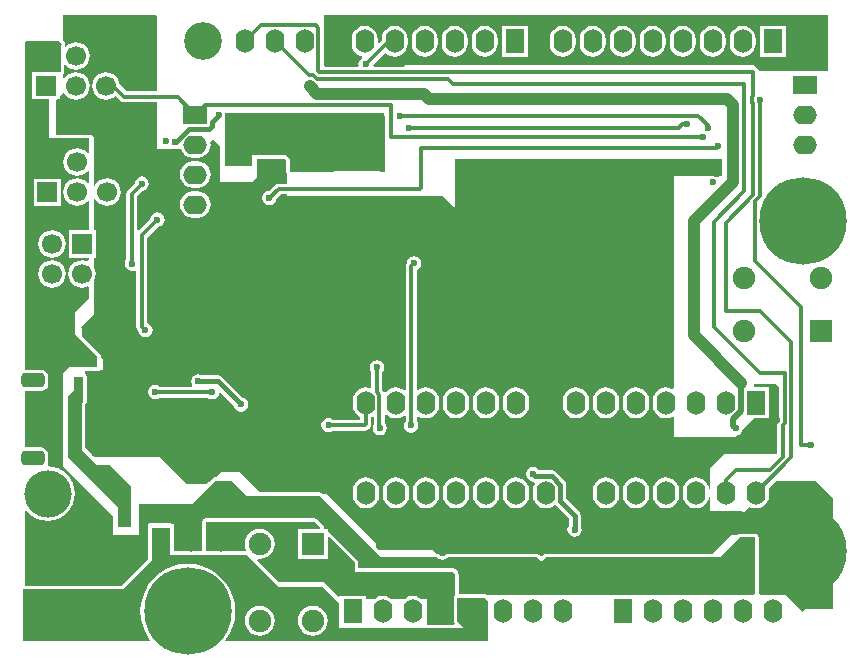
<source format=gbl>
G04 Layer_Physical_Order=2*
G04 Layer_Color=16711680*
%FSLAX44Y44*%
%MOMM*%
G71*
G01*
G75*
%ADD15R,1.9000X1.9000*%
%ADD34C,0.3000*%
%ADD35C,0.4000*%
%ADD36C,1.0000*%
%ADD37C,0.5000*%
%ADD38C,1.9000*%
%ADD39R,1.9000X1.9000*%
%ADD40R,1.6000X2.0000*%
%ADD41O,1.6000X2.0000*%
%ADD42R,1.7000X1.7000*%
%ADD43C,1.7000*%
%ADD44O,2.0000X1.6000*%
%ADD45R,2.0000X1.6000*%
G04:AMPARAMS|DCode=46|XSize=2mm|YSize=1.2mm|CornerRadius=0.3mm|HoleSize=0mm|Usage=FLASHONLY|Rotation=0.000|XOffset=0mm|YOffset=0mm|HoleType=Round|Shape=RoundedRectangle|*
%AMROUNDEDRECTD46*
21,1,2.0000,0.6000,0,0,0.0*
21,1,1.4000,1.2000,0,0,0.0*
1,1,0.6000,0.7000,-0.3000*
1,1,0.6000,-0.7000,-0.3000*
1,1,0.6000,-0.7000,0.3000*
1,1,0.6000,0.7000,0.3000*
%
%ADD46ROUNDEDRECTD46*%
%ADD47C,3.2000*%
%ADD48C,7.4000*%
%ADD49C,4.0000*%
%ADD50C,0.6000*%
G36*
X682000Y530000D02*
Y483000D01*
X624000D01*
X619000Y488000D01*
X324000Y488000D01*
X322588Y486588D01*
X296988D01*
X296182Y487570D01*
X296275Y488037D01*
X306438Y498199D01*
X307115Y498155D01*
X309412Y496391D01*
X312088Y495283D01*
X314960Y494905D01*
X317832Y495283D01*
X320508Y496391D01*
X322805Y498155D01*
X324568Y500452D01*
X325677Y503128D01*
X326055Y506000D01*
Y510000D01*
X325677Y512872D01*
X324568Y515547D01*
X322805Y517845D01*
X320508Y519608D01*
X317832Y520717D01*
X314960Y521095D01*
X312088Y520717D01*
X309412Y519608D01*
X307115Y517845D01*
X305352Y515547D01*
X304243Y512872D01*
X303865Y510000D01*
Y508604D01*
X301925Y506664D01*
X300655Y507190D01*
Y510000D01*
X300277Y512872D01*
X299168Y515547D01*
X297405Y517845D01*
X295107Y519608D01*
X292432Y520717D01*
X289560Y521095D01*
X286688Y520717D01*
X284013Y519608D01*
X281715Y517845D01*
X279951Y515547D01*
X278843Y512872D01*
X278465Y510000D01*
Y506000D01*
X278843Y503128D01*
X279951Y500452D01*
X281715Y498155D01*
X284013Y496391D01*
X286688Y495283D01*
X287226Y495212D01*
X287521Y493893D01*
X285924Y492826D01*
X284598Y490841D01*
X284132Y488500D01*
X284317Y487570D01*
X283512Y486588D01*
X256412D01*
X255000Y488000D01*
X255000Y530000D01*
X682000Y530000D01*
D02*
G37*
G36*
X51000Y203000D02*
X50000Y202000D01*
Y162000D01*
X63000Y149000D01*
X74000Y149000D01*
X92000Y131000D01*
X92000Y97000D01*
X81000Y97000D01*
X81000Y113000D01*
X38000Y156000D01*
X38000Y208000D01*
X43000Y213000D01*
Y224000D01*
X51000D01*
Y203000D01*
D02*
G37*
G36*
X307000Y442000D02*
X307000Y397969D01*
X306041Y397137D01*
X300000Y398000D01*
X226904Y397012D01*
X226000Y397904D01*
Y408000D01*
X222000Y412000D01*
X194000D01*
Y402414D01*
X193000Y402000D01*
X171000D01*
Y447000D01*
X306167Y447000D01*
X307000Y442000D01*
D02*
G37*
G36*
X251827Y96173D02*
X251341Y95000D01*
X233000D01*
Y70000D01*
X258000D01*
Y88341D01*
X259173Y88827D01*
X281000Y67000D01*
Y59000D01*
X364000D01*
X366000Y57000D01*
Y39272D01*
X365837Y39163D01*
X365174Y38170D01*
X364941Y37000D01*
Y17000D01*
X365174Y15829D01*
X365509Y15329D01*
X364890Y14059D01*
X364889Y14059D01*
X342000D01*
Y36000D01*
X337062D01*
X335747Y37009D01*
X333072Y38117D01*
X330200Y38495D01*
X327328Y38117D01*
X324652Y37009D01*
X323338Y36000D01*
X311662D01*
X310347Y37009D01*
X307672Y38117D01*
X304800Y38495D01*
X301928Y38117D01*
X299252Y37009D01*
X297938Y36000D01*
X290400D01*
Y38400D01*
X268400D01*
Y38259D01*
X267227Y37773D01*
X255000Y50000D01*
X217326D01*
X198444Y68882D01*
X199037Y70085D01*
X200500Y69892D01*
X203763Y70322D01*
X206804Y71581D01*
X209415Y73585D01*
X211419Y76196D01*
X212678Y79237D01*
X213108Y82500D01*
X212678Y85763D01*
X211419Y88804D01*
X209415Y91415D01*
X206804Y93419D01*
X203763Y94678D01*
X200500Y95108D01*
X197237Y94678D01*
X194196Y93419D01*
X191585Y91415D01*
X189581Y88804D01*
X188322Y85763D01*
X187892Y82500D01*
X188322Y79237D01*
X189112Y77329D01*
X188263Y76059D01*
X168521D01*
X168323Y76019D01*
X168122Y76033D01*
X167800Y75990D01*
X167478Y76033D01*
X167277Y76019D01*
X167079Y76059D01*
X155000Y76059D01*
Y101000D01*
X247000D01*
X251827Y96173D01*
D02*
G37*
G36*
X125000Y96000D02*
Y73000D01*
X141679D01*
X142400Y72905D01*
X143121Y73000D01*
X167079Y73000D01*
X167800Y72905D01*
X168521Y73000D01*
X190000D01*
X217000Y46000D01*
X254000D01*
X268000Y32000D01*
Y11000D01*
X372000D01*
X373000Y12000D01*
X368000Y17000D01*
Y37000D01*
X391000D01*
X394000Y34000D01*
Y0D01*
X172127D01*
X171595Y1153D01*
X172161Y1816D01*
X175450Y7184D01*
X177860Y13001D01*
X179330Y19123D01*
X179824Y25400D01*
X179330Y31677D01*
X177860Y37799D01*
X175450Y43616D01*
X172161Y48984D01*
X168072Y53772D01*
X163284Y57861D01*
X157916Y61150D01*
X152099Y63560D01*
X145977Y65030D01*
X139700Y65524D01*
X133423Y65030D01*
X127301Y63560D01*
X121484Y61150D01*
X116116Y57861D01*
X111328Y53772D01*
X107239Y48984D01*
X103949Y43616D01*
X101540Y37799D01*
X100070Y31677D01*
X99576Y25400D01*
X100070Y19123D01*
X101540Y13001D01*
X103949Y7184D01*
X107239Y1816D01*
X107805Y1153D01*
X107273Y0D01*
X0D01*
Y44000D01*
X85000D01*
X109000Y68000D01*
Y96000D01*
X125000Y96000D01*
D02*
G37*
G36*
X33000Y506000D02*
X32000Y505000D01*
Y482693D01*
X31100Y481800D01*
X8100D01*
Y458800D01*
X22000D01*
Y427000D01*
X23000Y426000D01*
X56000D01*
Y413534D01*
X54797Y413126D01*
X54202Y413902D01*
X51800Y415745D01*
X49002Y416904D01*
X46000Y417299D01*
X42998Y416904D01*
X40200Y415745D01*
X37798Y413902D01*
X35955Y411500D01*
X34796Y408702D01*
X34401Y405700D01*
X34796Y402698D01*
X35955Y399900D01*
X37798Y397498D01*
X40200Y395655D01*
X42998Y394496D01*
X46000Y394101D01*
X49002Y394496D01*
X51800Y395655D01*
X54202Y397498D01*
X54797Y398274D01*
X56000Y397866D01*
Y388134D01*
X54797Y387726D01*
X54202Y388502D01*
X51800Y390345D01*
X49002Y391504D01*
X46000Y391899D01*
X42998Y391504D01*
X40200Y390345D01*
X37798Y388502D01*
X35955Y386100D01*
X34796Y383302D01*
X34401Y380300D01*
X34796Y377298D01*
X35955Y374500D01*
X37798Y372098D01*
X40200Y370255D01*
X42998Y369096D01*
X46000Y368701D01*
X49002Y369096D01*
X51800Y370255D01*
X54202Y372098D01*
X54797Y372874D01*
X56000Y372466D01*
Y347950D01*
X38700D01*
Y324950D01*
X56000D01*
Y322470D01*
X54730Y321621D01*
X53202Y322254D01*
X50200Y322649D01*
X47198Y322254D01*
X44400Y321095D01*
X41998Y319252D01*
X40155Y316850D01*
X38996Y314052D01*
X38601Y311050D01*
X38996Y308048D01*
X40155Y305250D01*
X41998Y302848D01*
X44400Y301005D01*
X47198Y299846D01*
X50200Y299451D01*
X53202Y299846D01*
X54730Y300479D01*
X56000Y299630D01*
Y291000D01*
X44000Y279000D01*
Y260000D01*
X63000Y241000D01*
Y232000D01*
X39000D01*
X34000Y227000D01*
Y148000D01*
X76000Y106000D01*
Y90000D01*
X98000D01*
Y116000D01*
X143000D01*
X159366Y132366D01*
X160576Y133174D01*
X161384Y134384D01*
X163000Y136000D01*
X177000D01*
X190000Y123000D01*
X251000D01*
X303000Y71000D01*
X350874D01*
X350924Y70924D01*
X352909Y69598D01*
X355250Y69132D01*
X357591Y69598D01*
X359576Y70924D01*
X359626Y71000D01*
X435000D01*
X439000Y67000D01*
X443000Y71000D01*
X590000D01*
X607000Y88000D01*
X620000D01*
Y41000D01*
X618000Y39000D01*
X393326D01*
X393163Y39163D01*
X392170Y39826D01*
X391000Y40059D01*
X391000Y40059D01*
X369059D01*
Y57000D01*
X368826Y58170D01*
X368163Y59163D01*
X366163Y61163D01*
X365171Y61826D01*
X364000Y62059D01*
X364000Y62059D01*
X284059D01*
Y67000D01*
X283826Y68171D01*
X283163Y69163D01*
X261336Y90990D01*
X260344Y91653D01*
X259173Y91885D01*
X259124Y91876D01*
X258000Y93000D01*
Y95000D01*
X256000D01*
X254876Y96124D01*
X254886Y96173D01*
X254737Y96917D01*
X254653Y97344D01*
X253990Y98336D01*
X249163Y103163D01*
X248171Y103826D01*
X247000Y104059D01*
X247000Y104059D01*
X155000D01*
X153829Y103826D01*
X152837Y103163D01*
X152174Y102170D01*
X152140Y102000D01*
X152000D01*
Y101295D01*
X151941Y101000D01*
Y76059D01*
X143121D01*
X142923Y76019D01*
X142722Y76033D01*
X142400Y75990D01*
X142078Y76033D01*
X141877Y76019D01*
X141679Y76059D01*
X128059D01*
Y96000D01*
X128000Y96295D01*
Y99000D01*
X126000D01*
X125000Y100000D01*
X107000D01*
Y99000D01*
X106000D01*
Y96295D01*
X105941Y96000D01*
Y69267D01*
X83733Y47059D01*
X2000D01*
Y110012D01*
X3196Y110440D01*
X4658Y108658D01*
X8160Y105784D01*
X12156Y103648D01*
X16491Y102333D01*
X21000Y101889D01*
X25509Y102333D01*
X29844Y103648D01*
X33840Y105784D01*
X37342Y108658D01*
X40216Y112160D01*
X42352Y116156D01*
X43667Y120491D01*
X44111Y125000D01*
X43667Y129509D01*
X42352Y133844D01*
X40216Y137840D01*
X37342Y141342D01*
X33840Y144216D01*
X29844Y146352D01*
X25509Y147667D01*
X21718Y148041D01*
X21072Y149359D01*
X21272Y149659D01*
X21737Y152000D01*
Y158000D01*
X21272Y160341D01*
X19946Y162326D01*
X17961Y163652D01*
X15620Y164118D01*
X2000D01*
Y211882D01*
X15620D01*
X17961Y212348D01*
X19946Y213674D01*
X21272Y215659D01*
X21737Y218000D01*
Y224000D01*
X21272Y226341D01*
X19946Y228326D01*
X17961Y229652D01*
X15620Y230117D01*
X2000D01*
Y507000D01*
X3000Y508000D01*
X31000D01*
X33000Y506000D01*
D02*
G37*
G36*
X114000Y529000D02*
Y465588D01*
X87900D01*
X81819Y471670D01*
X81604Y473302D01*
X80445Y476100D01*
X78602Y478502D01*
X76200Y480345D01*
X73402Y481504D01*
X70400Y481899D01*
X67398Y481504D01*
X64600Y480345D01*
X62198Y478502D01*
X60355Y476100D01*
X59196Y473302D01*
X58801Y470300D01*
X59196Y467298D01*
X60355Y464500D01*
X62198Y462098D01*
X64600Y460255D01*
X67398Y459096D01*
X70400Y458701D01*
X73402Y459096D01*
X76200Y460255D01*
X78495Y462016D01*
X82756Y457756D01*
X84244Y456761D01*
X86000Y456412D01*
X114000D01*
Y417000D01*
X128409D01*
X129000Y416883D01*
X129591Y417000D01*
X133585D01*
X134391Y415053D01*
X136155Y412755D01*
X138453Y410992D01*
X141128Y409883D01*
X144000Y409505D01*
X148000D01*
X150872Y409883D01*
X153547Y410992D01*
X155845Y412755D01*
X157608Y415053D01*
X158717Y417728D01*
X159095Y420600D01*
X158805Y422805D01*
X161000Y425000D01*
X167000Y419000D01*
Y389000D01*
X194000D01*
X198000Y393000D01*
Y408000D01*
X221674D01*
X222941Y406733D01*
Y397904D01*
X222943Y397894D01*
X222941Y397883D01*
X223060Y397308D01*
X223174Y396734D01*
X223180Y396725D01*
X223182Y396715D01*
X223510Y396230D01*
X223837Y395741D01*
X223846Y395735D01*
X223852Y395727D01*
X224000Y395580D01*
Y387588D01*
X216500D01*
X214744Y387239D01*
X213256Y386244D01*
X208287Y381275D01*
X206409Y380902D01*
X204424Y379576D01*
X203098Y377591D01*
X202633Y375250D01*
X203098Y372909D01*
X204424Y370924D01*
X206409Y369598D01*
X208750Y369132D01*
X211091Y369598D01*
X213076Y370924D01*
X214402Y372909D01*
X214775Y374787D01*
X218400Y378412D01*
X224000D01*
Y377000D01*
X356000D01*
X366000Y367000D01*
Y408000D01*
X592000D01*
Y394000D01*
X551000D01*
Y214195D01*
X549730Y213649D01*
X547322Y214647D01*
X544450Y215025D01*
X541578Y214647D01*
X538903Y213538D01*
X536605Y211775D01*
X534841Y209478D01*
X533733Y206802D01*
X533355Y203930D01*
Y199930D01*
X533733Y197058D01*
X534841Y194382D01*
X536605Y192085D01*
X538903Y190322D01*
X541578Y189213D01*
X544450Y188835D01*
X547322Y189213D01*
X549730Y190211D01*
X551000Y189665D01*
Y173000D01*
X603000D01*
X604290Y174289D01*
X605841Y174598D01*
X607826Y175924D01*
X609152Y177909D01*
X609460Y179461D01*
X618930Y188930D01*
X631650D01*
Y214930D01*
X619000D01*
Y218000D01*
X638000D01*
X640662Y215338D01*
Y186958D01*
X640256Y186552D01*
X639261Y185063D01*
X638912Y183308D01*
Y159000D01*
X594000D01*
X582000Y147000D01*
Y129445D01*
X580730Y129362D01*
X580567Y130602D01*
X579459Y133278D01*
X577695Y135575D01*
X575397Y137338D01*
X572722Y138447D01*
X569850Y138825D01*
X566978Y138447D01*
X564302Y137338D01*
X562005Y135575D01*
X560242Y133278D01*
X559133Y130602D01*
X558755Y127730D01*
Y123730D01*
X559133Y120858D01*
X560242Y118182D01*
X562005Y115885D01*
X564302Y114122D01*
X566978Y113013D01*
X569850Y112635D01*
X572722Y113013D01*
X575397Y114122D01*
X577695Y115885D01*
X579459Y118182D01*
X580567Y120858D01*
X580730Y122098D01*
X582000Y122015D01*
Y110000D01*
X609000D01*
X610000Y109000D01*
X615116Y114116D01*
X617778Y113013D01*
X620650Y112635D01*
X623522Y113013D01*
X626198Y114122D01*
X628495Y115885D01*
X630258Y118182D01*
X631367Y120858D01*
X631745Y123730D01*
Y127730D01*
X631442Y130033D01*
X637409Y136000D01*
X671000D01*
X686000Y121000D01*
Y27000D01*
X662000D01*
X660000Y25000D01*
X646000Y39000D01*
X625000D01*
X623049Y40951D01*
X623059Y41000D01*
X623059Y41000D01*
Y88000D01*
X622826Y89171D01*
X622163Y90163D01*
X621171Y90826D01*
X620000Y91059D01*
X607000D01*
X605829Y90826D01*
X604837Y90163D01*
X604837Y90163D01*
X604674Y90000D01*
X600000D01*
X584059Y74059D01*
X443000D01*
X443000Y74059D01*
X441829Y73826D01*
X440837Y73163D01*
X440837Y73163D01*
X439674Y72000D01*
X438326D01*
X437163Y73163D01*
X436171Y73826D01*
X435000Y74059D01*
X435000Y74059D01*
X359626D01*
X359331Y74000D01*
X359030D01*
X358751Y73885D01*
X358456Y73826D01*
X358205Y73659D01*
X357927Y73543D01*
X357800Y73417D01*
X356398Y72479D01*
X355250Y72251D01*
X354102Y72479D01*
X352700Y73417D01*
X352573Y73543D01*
X352295Y73659D01*
X352044Y73826D01*
X351749Y73885D01*
X351470Y74000D01*
X351169D01*
X350874Y74059D01*
X349941D01*
X347000Y77000D01*
X301326D01*
X299000Y79326D01*
Y83000D01*
X257000Y125000D01*
X253326D01*
X253163Y125163D01*
X252171Y125826D01*
X251000Y126059D01*
X251000Y126059D01*
X200941D01*
X184000Y143000D01*
X168000D01*
X164059Y139059D01*
X163000D01*
X163000Y139059D01*
X161829Y138826D01*
X160837Y138163D01*
X160837Y138163D01*
X159221Y136547D01*
X159054Y136297D01*
X158841Y136084D01*
X158371Y135379D01*
X157666Y134909D01*
X157453Y134696D01*
X157203Y134529D01*
X155674Y133000D01*
X139000D01*
X116000Y156000D01*
X61000D01*
X53059Y163941D01*
Y200733D01*
X53163Y200837D01*
X53826Y201829D01*
X54059Y203000D01*
X54059Y203000D01*
Y224000D01*
X53826Y225170D01*
X53163Y226163D01*
X53000Y226272D01*
Y228941D01*
X63000D01*
X64170Y229174D01*
X65163Y229837D01*
X65272Y230000D01*
X67000D01*
X68000Y229000D01*
Y239000D01*
X66059Y240941D01*
Y241000D01*
X65826Y242171D01*
X65163Y243163D01*
X65163Y243163D01*
X50000Y258326D01*
Y265000D01*
X49000Y266000D01*
X60000Y277000D01*
Y304931D01*
X60245Y305250D01*
X61404Y308048D01*
X61799Y311050D01*
X61404Y314052D01*
X60245Y316850D01*
X60000Y317169D01*
Y324950D01*
X61700D01*
Y347950D01*
X60000D01*
Y374452D01*
X61270Y374705D01*
X61355Y374500D01*
X63198Y372098D01*
X65600Y370255D01*
X68398Y369096D01*
X71400Y368701D01*
X74402Y369096D01*
X77200Y370255D01*
X79602Y372098D01*
X81445Y374500D01*
X82604Y377298D01*
X82999Y380300D01*
X82604Y383302D01*
X81445Y386100D01*
X79602Y388502D01*
X77200Y390345D01*
X74402Y391504D01*
X71400Y391899D01*
X68398Y391504D01*
X65600Y390345D01*
X63198Y388502D01*
X61355Y386100D01*
X61270Y385895D01*
X60000Y386148D01*
Y427000D01*
X58000Y429000D01*
X56295D01*
X56000Y429059D01*
X28000D01*
Y458000D01*
X28800Y458800D01*
X31100D01*
Y461100D01*
X33898Y463898D01*
X33904Y463902D01*
X34486Y464034D01*
X35270Y464090D01*
X36798Y462098D01*
X39200Y460255D01*
X41998Y459096D01*
X45000Y458701D01*
X48002Y459096D01*
X50800Y460255D01*
X53202Y462098D01*
X55045Y464500D01*
X56204Y467298D01*
X56599Y470300D01*
X56204Y473302D01*
X55045Y476100D01*
X53202Y478502D01*
X50800Y480345D01*
X48002Y481504D01*
X45000Y481899D01*
X41998Y481504D01*
X39200Y480345D01*
X36798Y478502D01*
X35270Y476510D01*
X34000Y476941D01*
Y480369D01*
X34155Y480522D01*
X34158Y480527D01*
X34163Y480530D01*
X34492Y481024D01*
X34821Y481512D01*
X34823Y481518D01*
X34826Y481523D01*
X34941Y482101D01*
X35059Y482682D01*
X35058Y482687D01*
X35059Y482693D01*
Y487789D01*
X36261Y488198D01*
X36798Y487498D01*
X39200Y485655D01*
X41998Y484496D01*
X45000Y484101D01*
X48002Y484496D01*
X50800Y485655D01*
X53202Y487498D01*
X55045Y489900D01*
X56204Y492698D01*
X56599Y495700D01*
X56204Y498702D01*
X55045Y501500D01*
X53202Y503902D01*
X50800Y505745D01*
X48002Y506904D01*
X45000Y507299D01*
X41998Y506904D01*
X39200Y505745D01*
X36798Y503902D01*
X36299Y503251D01*
X35266Y503991D01*
X35826Y504829D01*
X36059Y506000D01*
X35826Y507170D01*
X35163Y508163D01*
X34000Y509326D01*
Y530000D01*
X113000D01*
X114000Y529000D01*
D02*
G37*
%LPC*%
G36*
X508000Y521095D02*
X505128Y520717D01*
X502453Y519608D01*
X500155Y517845D01*
X498391Y515547D01*
X497283Y512872D01*
X496905Y510000D01*
Y506000D01*
X497283Y503128D01*
X498391Y500452D01*
X500155Y498155D01*
X502453Y496391D01*
X505128Y495283D01*
X508000Y494905D01*
X510872Y495283D01*
X513548Y496391D01*
X515845Y498155D01*
X517608Y500452D01*
X518717Y503128D01*
X519095Y506000D01*
Y510000D01*
X518717Y512872D01*
X517608Y515547D01*
X515845Y517845D01*
X513548Y519608D01*
X510872Y520717D01*
X508000Y521095D01*
D02*
G37*
G36*
X533400D02*
X530528Y520717D01*
X527853Y519608D01*
X525555Y517845D01*
X523792Y515547D01*
X522683Y512872D01*
X522305Y510000D01*
Y506000D01*
X522683Y503128D01*
X523792Y500452D01*
X525555Y498155D01*
X527853Y496391D01*
X530528Y495283D01*
X533400Y494905D01*
X536272Y495283D01*
X538947Y496391D01*
X541245Y498155D01*
X543008Y500452D01*
X544117Y503128D01*
X544495Y506000D01*
Y510000D01*
X544117Y512872D01*
X543008Y515547D01*
X541245Y517845D01*
X538947Y519608D01*
X536272Y520717D01*
X533400Y521095D01*
D02*
G37*
G36*
X482600D02*
X479728Y520717D01*
X477052Y519608D01*
X474755Y517845D01*
X472991Y515547D01*
X471883Y512872D01*
X471505Y510000D01*
Y506000D01*
X471883Y503128D01*
X472991Y500452D01*
X474755Y498155D01*
X477052Y496391D01*
X479728Y495283D01*
X482600Y494905D01*
X485472Y495283D01*
X488148Y496391D01*
X490445Y498155D01*
X492209Y500452D01*
X493317Y503128D01*
X493695Y506000D01*
Y510000D01*
X493317Y512872D01*
X492209Y515547D01*
X490445Y517845D01*
X488148Y519608D01*
X485472Y520717D01*
X482600Y521095D01*
D02*
G37*
G36*
X391160D02*
X388288Y520717D01*
X385612Y519608D01*
X383315Y517845D01*
X381552Y515547D01*
X380443Y512872D01*
X380065Y510000D01*
Y506000D01*
X380443Y503128D01*
X381552Y500452D01*
X383315Y498155D01*
X385612Y496391D01*
X388288Y495283D01*
X391160Y494905D01*
X394032Y495283D01*
X396707Y496391D01*
X399005Y498155D01*
X400769Y500452D01*
X401877Y503128D01*
X402255Y506000D01*
Y510000D01*
X401877Y512872D01*
X400769Y515547D01*
X399005Y517845D01*
X396707Y519608D01*
X394032Y520717D01*
X391160Y521095D01*
D02*
G37*
G36*
X457200D02*
X454328Y520717D01*
X451652Y519608D01*
X449355Y517845D01*
X447592Y515547D01*
X446483Y512872D01*
X446105Y510000D01*
Y506000D01*
X446483Y503128D01*
X447592Y500452D01*
X449355Y498155D01*
X451652Y496391D01*
X454328Y495283D01*
X457200Y494905D01*
X460072Y495283D01*
X462747Y496391D01*
X465045Y498155D01*
X466809Y500452D01*
X467917Y503128D01*
X468295Y506000D01*
Y510000D01*
X467917Y512872D01*
X466809Y515547D01*
X465045Y517845D01*
X462747Y519608D01*
X460072Y520717D01*
X457200Y521095D01*
D02*
G37*
G36*
X427560Y521000D02*
X405560D01*
Y495000D01*
X427560D01*
Y521000D01*
D02*
G37*
G36*
X646000D02*
X624000D01*
Y495000D01*
X646000D01*
Y521000D01*
D02*
G37*
G36*
X609600Y521095D02*
X606728Y520717D01*
X604053Y519608D01*
X601755Y517845D01*
X599991Y515547D01*
X598883Y512872D01*
X598505Y510000D01*
Y506000D01*
X598883Y503128D01*
X599991Y500452D01*
X601755Y498155D01*
X604053Y496391D01*
X606728Y495283D01*
X609600Y494905D01*
X612472Y495283D01*
X615148Y496391D01*
X617445Y498155D01*
X619208Y500452D01*
X620317Y503128D01*
X620695Y506000D01*
Y510000D01*
X620317Y512872D01*
X619208Y515547D01*
X617445Y517845D01*
X615148Y519608D01*
X612472Y520717D01*
X609600Y521095D01*
D02*
G37*
G36*
X558800D02*
X555928Y520717D01*
X553252Y519608D01*
X550955Y517845D01*
X549192Y515547D01*
X548083Y512872D01*
X547705Y510000D01*
Y506000D01*
X548083Y503128D01*
X549192Y500452D01*
X550955Y498155D01*
X553252Y496391D01*
X555928Y495283D01*
X558800Y494905D01*
X561672Y495283D01*
X564347Y496391D01*
X566645Y498155D01*
X568409Y500452D01*
X569517Y503128D01*
X569895Y506000D01*
Y510000D01*
X569517Y512872D01*
X568409Y515547D01*
X566645Y517845D01*
X564347Y519608D01*
X561672Y520717D01*
X558800Y521095D01*
D02*
G37*
G36*
X584200D02*
X581328Y520717D01*
X578652Y519608D01*
X576355Y517845D01*
X574591Y515547D01*
X573483Y512872D01*
X573105Y510000D01*
Y506000D01*
X573483Y503128D01*
X574591Y500452D01*
X576355Y498155D01*
X578652Y496391D01*
X581328Y495283D01*
X584200Y494905D01*
X587072Y495283D01*
X589748Y496391D01*
X592045Y498155D01*
X593809Y500452D01*
X594917Y503128D01*
X595295Y506000D01*
Y510000D01*
X594917Y512872D01*
X593809Y515547D01*
X592045Y517845D01*
X589748Y519608D01*
X587072Y520717D01*
X584200Y521095D01*
D02*
G37*
G36*
X340360D02*
X337488Y520717D01*
X334813Y519608D01*
X332515Y517845D01*
X330751Y515547D01*
X329643Y512872D01*
X329265Y510000D01*
Y506000D01*
X329643Y503128D01*
X330751Y500452D01*
X332515Y498155D01*
X334813Y496391D01*
X337488Y495283D01*
X340360Y494905D01*
X343232Y495283D01*
X345908Y496391D01*
X348205Y498155D01*
X349968Y500452D01*
X351077Y503128D01*
X351455Y506000D01*
Y510000D01*
X351077Y512872D01*
X349968Y515547D01*
X348205Y517845D01*
X345908Y519608D01*
X343232Y520717D01*
X340360Y521095D01*
D02*
G37*
G36*
X365760D02*
X362888Y520717D01*
X360213Y519608D01*
X357915Y517845D01*
X356152Y515547D01*
X355043Y512872D01*
X354665Y510000D01*
Y506000D01*
X355043Y503128D01*
X356152Y500452D01*
X357915Y498155D01*
X360213Y496391D01*
X362888Y495283D01*
X365760Y494905D01*
X368632Y495283D01*
X371307Y496391D01*
X373605Y498155D01*
X375368Y500452D01*
X376477Y503128D01*
X376855Y506000D01*
Y510000D01*
X376477Y512872D01*
X375368Y515547D01*
X373605Y517845D01*
X371307Y519608D01*
X368632Y520717D01*
X365760Y521095D01*
D02*
G37*
G36*
X200500Y30108D02*
X197237Y29678D01*
X194196Y28419D01*
X191585Y26415D01*
X189581Y23804D01*
X188322Y20763D01*
X187892Y17500D01*
X188322Y14237D01*
X189581Y11196D01*
X191585Y8585D01*
X194196Y6581D01*
X197237Y5322D01*
X200500Y4892D01*
X203763Y5322D01*
X206804Y6581D01*
X209415Y8585D01*
X211419Y11196D01*
X212678Y14237D01*
X213108Y17500D01*
X212678Y20763D01*
X211419Y23804D01*
X209415Y26415D01*
X206804Y28419D01*
X203763Y29678D01*
X200500Y30108D01*
D02*
G37*
G36*
X245500D02*
X242237Y29678D01*
X239196Y28419D01*
X236585Y26415D01*
X234581Y23804D01*
X233322Y20763D01*
X232892Y17500D01*
X233322Y14237D01*
X234581Y11196D01*
X236585Y8585D01*
X239196Y6581D01*
X242237Y5322D01*
X245500Y4892D01*
X248763Y5322D01*
X251804Y6581D01*
X254415Y8585D01*
X256419Y11196D01*
X257678Y14237D01*
X258108Y17500D01*
X257678Y20763D01*
X256419Y23804D01*
X254415Y26415D01*
X251804Y28419D01*
X248763Y29678D01*
X245500Y30108D01*
D02*
G37*
G36*
X24800Y322649D02*
X21798Y322254D01*
X19000Y321095D01*
X16598Y319252D01*
X14755Y316850D01*
X13596Y314052D01*
X13201Y311050D01*
X13596Y308048D01*
X14755Y305250D01*
X16598Y302848D01*
X19000Y301005D01*
X21798Y299846D01*
X24800Y299451D01*
X27802Y299846D01*
X30600Y301005D01*
X33002Y302848D01*
X34845Y305250D01*
X36004Y308048D01*
X36399Y311050D01*
X36004Y314052D01*
X34845Y316850D01*
X33002Y319252D01*
X30600Y321095D01*
X27802Y322254D01*
X24800Y322649D01*
D02*
G37*
G36*
Y348049D02*
X21798Y347654D01*
X19000Y346495D01*
X16598Y344652D01*
X14755Y342250D01*
X13596Y339452D01*
X13201Y336450D01*
X13596Y333448D01*
X14755Y330650D01*
X16598Y328248D01*
X19000Y326405D01*
X21798Y325246D01*
X24800Y324851D01*
X27802Y325246D01*
X30600Y326405D01*
X33002Y328248D01*
X34845Y330650D01*
X36004Y333448D01*
X36399Y336450D01*
X36004Y339452D01*
X34845Y342250D01*
X33002Y344652D01*
X30600Y346495D01*
X27802Y347654D01*
X24800Y348049D01*
D02*
G37*
G36*
X32100Y391800D02*
X9100D01*
Y368800D01*
X32100D01*
Y391800D01*
D02*
G37*
G36*
X519050Y138825D02*
X516178Y138447D01*
X513503Y137338D01*
X511205Y135575D01*
X509441Y133278D01*
X508333Y130602D01*
X507955Y127730D01*
Y123730D01*
X508333Y120858D01*
X509441Y118182D01*
X511205Y115885D01*
X513503Y114122D01*
X516178Y113013D01*
X519050Y112635D01*
X521922Y113013D01*
X524598Y114122D01*
X526895Y115885D01*
X528658Y118182D01*
X529767Y120858D01*
X530145Y123730D01*
Y127730D01*
X529767Y130602D01*
X528658Y133278D01*
X526895Y135575D01*
X524598Y137338D01*
X521922Y138447D01*
X519050Y138825D01*
D02*
G37*
G36*
X493650D02*
X490778Y138447D01*
X488102Y137338D01*
X485805Y135575D01*
X484041Y133278D01*
X482933Y130602D01*
X482555Y127730D01*
Y123730D01*
X482933Y120858D01*
X484041Y118182D01*
X485805Y115885D01*
X488102Y114122D01*
X490778Y113013D01*
X493650Y112635D01*
X496522Y113013D01*
X499198Y114122D01*
X501495Y115885D01*
X503259Y118182D01*
X504367Y120858D01*
X504745Y123730D01*
Y127730D01*
X504367Y130602D01*
X503259Y133278D01*
X501495Y135575D01*
X499198Y137338D01*
X496522Y138447D01*
X493650Y138825D01*
D02*
G37*
G36*
X417450Y215025D02*
X414578Y214647D01*
X411903Y213538D01*
X409605Y211775D01*
X407841Y209478D01*
X406733Y206802D01*
X406355Y203930D01*
Y199930D01*
X406733Y197058D01*
X407841Y194382D01*
X409605Y192085D01*
X411903Y190322D01*
X414578Y189213D01*
X417450Y188835D01*
X420322Y189213D01*
X422998Y190322D01*
X425295Y192085D01*
X427058Y194382D01*
X428167Y197058D01*
X428545Y199930D01*
Y203930D01*
X428167Y206802D01*
X427058Y209478D01*
X425295Y211775D01*
X422998Y213538D01*
X420322Y214647D01*
X417450Y215025D01*
D02*
G37*
G36*
X468250D02*
X465378Y214647D01*
X462702Y213538D01*
X460405Y211775D01*
X458642Y209478D01*
X457533Y206802D01*
X457155Y203930D01*
Y199930D01*
X457533Y197058D01*
X458642Y194382D01*
X460405Y192085D01*
X462702Y190322D01*
X465378Y189213D01*
X468250Y188835D01*
X471122Y189213D01*
X473797Y190322D01*
X476095Y192085D01*
X477859Y194382D01*
X478967Y197058D01*
X479345Y199930D01*
Y203930D01*
X478967Y206802D01*
X477859Y209478D01*
X476095Y211775D01*
X473797Y213538D01*
X471122Y214647D01*
X468250Y215025D01*
D02*
G37*
G36*
X493650D02*
X490778Y214647D01*
X488102Y213538D01*
X485805Y211775D01*
X484041Y209478D01*
X482933Y206802D01*
X482555Y203930D01*
Y199930D01*
X482933Y197058D01*
X484041Y194382D01*
X485805Y192085D01*
X488102Y190322D01*
X490778Y189213D01*
X493650Y188835D01*
X496522Y189213D01*
X499198Y190322D01*
X501495Y192085D01*
X503259Y194382D01*
X504367Y197058D01*
X504745Y199930D01*
Y203930D01*
X504367Y206802D01*
X503259Y209478D01*
X501495Y211775D01*
X499198Y213538D01*
X496522Y214647D01*
X493650Y215025D01*
D02*
G37*
G36*
X544450Y138825D02*
X541578Y138447D01*
X538903Y137338D01*
X536605Y135575D01*
X534841Y133278D01*
X533733Y130602D01*
X533355Y127730D01*
Y123730D01*
X533733Y120858D01*
X534841Y118182D01*
X536605Y115885D01*
X538903Y114122D01*
X541578Y113013D01*
X544450Y112635D01*
X547322Y113013D01*
X549997Y114122D01*
X552295Y115885D01*
X554058Y118182D01*
X555167Y120858D01*
X555545Y123730D01*
Y127730D01*
X555167Y130602D01*
X554058Y133278D01*
X552295Y135575D01*
X549997Y137338D01*
X547322Y138447D01*
X544450Y138825D01*
D02*
G37*
G36*
X366650Y215025D02*
X363778Y214647D01*
X361102Y213538D01*
X358805Y211775D01*
X357042Y209478D01*
X355933Y206802D01*
X355555Y203930D01*
Y199930D01*
X355933Y197058D01*
X357042Y194382D01*
X358805Y192085D01*
X361102Y190322D01*
X363778Y189213D01*
X366650Y188835D01*
X369522Y189213D01*
X372197Y190322D01*
X374495Y192085D01*
X376259Y194382D01*
X377367Y197058D01*
X377745Y199930D01*
Y203930D01*
X377367Y206802D01*
X376259Y209478D01*
X374495Y211775D01*
X372197Y213538D01*
X369522Y214647D01*
X366650Y215025D01*
D02*
G37*
G36*
X392050D02*
X389178Y214647D01*
X386502Y213538D01*
X384205Y211775D01*
X382441Y209478D01*
X381333Y206802D01*
X380955Y203930D01*
Y199930D01*
X381333Y197058D01*
X382441Y194382D01*
X384205Y192085D01*
X386502Y190322D01*
X389178Y189213D01*
X392050Y188835D01*
X394922Y189213D01*
X397598Y190322D01*
X399895Y192085D01*
X401659Y194382D01*
X402767Y197058D01*
X403145Y199930D01*
Y203930D01*
X402767Y206802D01*
X401659Y209478D01*
X399895Y211775D01*
X397598Y213538D01*
X394922Y214647D01*
X392050Y215025D01*
D02*
G37*
G36*
X432250Y147618D02*
X429909Y147152D01*
X427924Y145826D01*
X426598Y143841D01*
X426133Y141500D01*
X426598Y139159D01*
X427924Y137174D01*
X429909Y135848D01*
X431220Y135587D01*
X432069Y135020D01*
X432858Y134863D01*
X433384Y133464D01*
X433242Y133278D01*
X432133Y130602D01*
X431755Y127730D01*
Y123730D01*
X432133Y120858D01*
X433242Y118182D01*
X435005Y115885D01*
X437303Y114122D01*
X439978Y113013D01*
X442850Y112635D01*
X445722Y113013D01*
X448397Y114122D01*
X449789Y115189D01*
X451245Y115295D01*
X462152Y104388D01*
Y97670D01*
X461598Y96841D01*
X461133Y94500D01*
X461598Y92159D01*
X462924Y90174D01*
X464909Y88848D01*
X467250Y88382D01*
X469591Y88848D01*
X471576Y90174D01*
X472902Y92159D01*
X473368Y94500D01*
X472902Y96841D01*
X472348Y97670D01*
Y106500D01*
X471960Y108451D01*
X470855Y110105D01*
X459948Y121012D01*
Y132701D01*
X459560Y134651D01*
X458455Y136305D01*
X451425Y143335D01*
X449771Y144440D01*
X447821Y144828D01*
X437243D01*
X436576Y145826D01*
X434591Y147152D01*
X432250Y147618D01*
D02*
G37*
G36*
X290450Y138825D02*
X287578Y138447D01*
X284902Y137338D01*
X282605Y135575D01*
X280842Y133278D01*
X279733Y130602D01*
X279355Y127730D01*
Y123730D01*
X279733Y120858D01*
X280842Y118182D01*
X282605Y115885D01*
X284902Y114122D01*
X287578Y113013D01*
X290450Y112635D01*
X293322Y113013D01*
X295998Y114122D01*
X298295Y115885D01*
X300058Y118182D01*
X301167Y120858D01*
X301545Y123730D01*
Y127730D01*
X301167Y130602D01*
X300058Y133278D01*
X298295Y135575D01*
X295998Y137338D01*
X293322Y138447D01*
X290450Y138825D01*
D02*
G37*
G36*
X315850D02*
X312978Y138447D01*
X310303Y137338D01*
X308005Y135575D01*
X306241Y133278D01*
X305133Y130602D01*
X304755Y127730D01*
Y123730D01*
X305133Y120858D01*
X306241Y118182D01*
X308005Y115885D01*
X310303Y114122D01*
X312978Y113013D01*
X315850Y112635D01*
X318722Y113013D01*
X321398Y114122D01*
X323695Y115885D01*
X325458Y118182D01*
X326567Y120858D01*
X326945Y123730D01*
Y127730D01*
X326567Y130602D01*
X325458Y133278D01*
X323695Y135575D01*
X321398Y137338D01*
X318722Y138447D01*
X315850Y138825D01*
D02*
G37*
G36*
X392050D02*
X389178Y138447D01*
X386502Y137338D01*
X384205Y135575D01*
X382441Y133278D01*
X381333Y130602D01*
X380955Y127730D01*
Y123730D01*
X381333Y120858D01*
X382441Y118182D01*
X384205Y115885D01*
X386502Y114122D01*
X389178Y113013D01*
X392050Y112635D01*
X394922Y113013D01*
X397598Y114122D01*
X399895Y115885D01*
X401659Y118182D01*
X402767Y120858D01*
X403145Y123730D01*
Y127730D01*
X402767Y130602D01*
X401659Y133278D01*
X399895Y135575D01*
X397598Y137338D01*
X394922Y138447D01*
X392050Y138825D01*
D02*
G37*
G36*
X417450D02*
X414578Y138447D01*
X411903Y137338D01*
X409605Y135575D01*
X407841Y133278D01*
X406733Y130602D01*
X406355Y127730D01*
Y123730D01*
X406733Y120858D01*
X407841Y118182D01*
X409605Y115885D01*
X411903Y114122D01*
X414578Y113013D01*
X417450Y112635D01*
X420322Y113013D01*
X422998Y114122D01*
X425295Y115885D01*
X427058Y118182D01*
X428167Y120858D01*
X428545Y123730D01*
Y127730D01*
X428167Y130602D01*
X427058Y133278D01*
X425295Y135575D01*
X422998Y137338D01*
X420322Y138447D01*
X417450Y138825D01*
D02*
G37*
G36*
X341250D02*
X338378Y138447D01*
X335703Y137338D01*
X333405Y135575D01*
X331642Y133278D01*
X330533Y130602D01*
X330155Y127730D01*
Y123730D01*
X330533Y120858D01*
X331642Y118182D01*
X333405Y115885D01*
X335703Y114122D01*
X338378Y113013D01*
X341250Y112635D01*
X344122Y113013D01*
X346797Y114122D01*
X349095Y115885D01*
X350858Y118182D01*
X351967Y120858D01*
X352345Y123730D01*
Y127730D01*
X351967Y130602D01*
X350858Y133278D01*
X349095Y135575D01*
X346797Y137338D01*
X344122Y138447D01*
X341250Y138825D01*
D02*
G37*
G36*
X366650D02*
X363778Y138447D01*
X361102Y137338D01*
X358805Y135575D01*
X357042Y133278D01*
X355933Y130602D01*
X355555Y127730D01*
Y123730D01*
X355933Y120858D01*
X357042Y118182D01*
X358805Y115885D01*
X361102Y114122D01*
X363778Y113013D01*
X366650Y112635D01*
X369522Y113013D01*
X372197Y114122D01*
X374495Y115885D01*
X376259Y118182D01*
X377367Y120858D01*
X377745Y123730D01*
Y127730D01*
X377367Y130602D01*
X376259Y133278D01*
X374495Y135575D01*
X372197Y137338D01*
X369522Y138447D01*
X366650Y138825D01*
D02*
G37*
G36*
X519050Y215025D02*
X516178Y214647D01*
X513503Y213538D01*
X511205Y211775D01*
X509441Y209478D01*
X508333Y206802D01*
X507955Y203930D01*
Y199930D01*
X508333Y197058D01*
X509441Y194382D01*
X511205Y192085D01*
X513503Y190322D01*
X516178Y189213D01*
X519050Y188835D01*
X521922Y189213D01*
X524598Y190322D01*
X526895Y192085D01*
X528658Y194382D01*
X529767Y197058D01*
X530145Y199930D01*
Y203930D01*
X529767Y206802D01*
X528658Y209478D01*
X526895Y211775D01*
X524598Y213538D01*
X521922Y214647D01*
X519050Y215025D01*
D02*
G37*
G36*
X100750Y393618D02*
X98409Y393152D01*
X96424Y391826D01*
X95098Y389841D01*
X94725Y387963D01*
X89006Y382244D01*
X88011Y380756D01*
X87662Y379000D01*
Y323683D01*
X86598Y322091D01*
X86132Y319750D01*
X86598Y317409D01*
X87924Y315424D01*
X89909Y314098D01*
X92250Y313633D01*
X94591Y314098D01*
X95042Y314399D01*
X96162Y313801D01*
Y266500D01*
X96511Y264744D01*
X97506Y263256D01*
X97725Y263037D01*
X98098Y261159D01*
X99424Y259174D01*
X101409Y257848D01*
X103750Y257383D01*
X106091Y257848D01*
X108076Y259174D01*
X109402Y261159D01*
X109867Y263500D01*
X109402Y265841D01*
X108076Y267826D01*
X106091Y269152D01*
X105338Y269302D01*
Y341850D01*
X114463Y350975D01*
X116341Y351348D01*
X118326Y352674D01*
X119652Y354659D01*
X120118Y357000D01*
X119652Y359341D01*
X118326Y361326D01*
X116341Y362652D01*
X114000Y363117D01*
X111659Y362652D01*
X109674Y361326D01*
X108348Y359341D01*
X107975Y357463D01*
X98108Y347597D01*
X96838Y348123D01*
Y377100D01*
X101213Y381475D01*
X103091Y381848D01*
X105076Y383174D01*
X106402Y385159D01*
X106868Y387500D01*
X106402Y389841D01*
X105076Y391826D01*
X103091Y393152D01*
X100750Y393618D01*
D02*
G37*
G36*
X331250Y326118D02*
X328909Y325652D01*
X326924Y324326D01*
X325598Y322341D01*
X325185Y320265D01*
X324511Y319256D01*
X324162Y317500D01*
Y213018D01*
X322892Y212392D01*
X321398Y213538D01*
X318722Y214647D01*
X315850Y215025D01*
X312978Y214647D01*
X310303Y213538D01*
X308005Y211775D01*
X307303Y210861D01*
X305815Y211008D01*
X305194Y211938D01*
X304338Y212794D01*
Y228067D01*
X305402Y229659D01*
X305868Y232000D01*
X305402Y234341D01*
X304076Y236326D01*
X302091Y237652D01*
X299750Y238118D01*
X297409Y237652D01*
X295424Y236326D01*
X294098Y234341D01*
X293633Y232000D01*
X294098Y229659D01*
X295162Y228067D01*
Y215028D01*
X294106Y214322D01*
X293322Y214647D01*
X290450Y215025D01*
X287578Y214647D01*
X284902Y213538D01*
X282605Y211775D01*
X280842Y209478D01*
X279733Y206802D01*
X279355Y203930D01*
Y199930D01*
X279733Y197058D01*
X280842Y194382D01*
X282605Y192085D01*
X284902Y190322D01*
X285862Y189924D01*
Y187588D01*
X262933D01*
X261341Y188652D01*
X259000Y189118D01*
X256659Y188652D01*
X254674Y187326D01*
X253348Y185341D01*
X252882Y183000D01*
X253348Y180659D01*
X254674Y178674D01*
X256659Y177348D01*
X259000Y176882D01*
X261341Y177348D01*
X262933Y178412D01*
X289750D01*
X291506Y178761D01*
X292994Y179756D01*
X293694Y180456D01*
X294689Y181944D01*
X295038Y183700D01*
Y189924D01*
X295998Y190322D01*
X296223Y190494D01*
X297362Y189933D01*
Y183984D01*
X296598Y182841D01*
X296133Y180500D01*
X296598Y178159D01*
X297924Y176174D01*
X299909Y174848D01*
X302250Y174382D01*
X304591Y174848D01*
X306576Y176174D01*
X307902Y178159D01*
X308368Y180500D01*
X307902Y182841D01*
X306576Y184826D01*
X306538Y184851D01*
Y192020D01*
X307741Y192429D01*
X308005Y192085D01*
X310303Y190322D01*
X312978Y189213D01*
X315850Y188835D01*
X318722Y189213D01*
X321398Y190322D01*
X322892Y191468D01*
X324162Y190842D01*
Y186683D01*
X323098Y185091D01*
X322632Y182750D01*
X323098Y180409D01*
X324424Y178424D01*
X326409Y177098D01*
X328750Y176632D01*
X331091Y177098D01*
X333076Y178424D01*
X334402Y180409D01*
X334868Y182750D01*
X334402Y185091D01*
X333338Y186683D01*
Y190535D01*
X334608Y191161D01*
X335703Y190322D01*
X338378Y189213D01*
X341250Y188835D01*
X344122Y189213D01*
X346797Y190322D01*
X349095Y192085D01*
X350858Y194382D01*
X351967Y197058D01*
X352345Y199930D01*
Y203930D01*
X351967Y206802D01*
X350858Y209478D01*
X349095Y211775D01*
X346797Y213538D01*
X344122Y214647D01*
X341250Y215025D01*
X338378Y214647D01*
X335703Y213538D01*
X334608Y212699D01*
X333338Y213325D01*
Y314298D01*
X333591Y314348D01*
X335576Y315674D01*
X336902Y317659D01*
X337368Y320000D01*
X336902Y322341D01*
X335576Y324326D01*
X333591Y325652D01*
X331250Y326118D01*
D02*
G37*
G36*
X148750Y226117D02*
X146409Y225652D01*
X144424Y224326D01*
X143098Y222341D01*
X142633Y220000D01*
X143098Y217659D01*
X143633Y216858D01*
X142954Y215588D01*
X116183D01*
X114591Y216652D01*
X112250Y217118D01*
X109909Y216652D01*
X107924Y215326D01*
X106598Y213341D01*
X106132Y211000D01*
X106598Y208659D01*
X107924Y206674D01*
X109909Y205348D01*
X112250Y204883D01*
X114591Y205348D01*
X116183Y206412D01*
X156317D01*
X157909Y205348D01*
X160250Y204883D01*
X162591Y205348D01*
X164576Y206674D01*
X165902Y208659D01*
X166181Y210063D01*
X167559Y210481D01*
X178904Y199137D01*
X179098Y198159D01*
X180424Y196174D01*
X182409Y194848D01*
X184750Y194382D01*
X187091Y194848D01*
X189076Y196174D01*
X190402Y198159D01*
X190868Y200500D01*
X190402Y202841D01*
X189076Y204826D01*
X187091Y206152D01*
X186113Y206346D01*
X168855Y223605D01*
X167201Y224710D01*
X165250Y225098D01*
X151920D01*
X151091Y225652D01*
X148750Y226117D01*
D02*
G37*
G36*
X148000Y406295D02*
X144000D01*
X141128Y405917D01*
X138453Y404809D01*
X136155Y403045D01*
X134391Y400747D01*
X133283Y398072D01*
X132905Y395200D01*
X133283Y392328D01*
X134391Y389653D01*
X136155Y387355D01*
X138453Y385592D01*
X141128Y384483D01*
X144000Y384105D01*
X148000D01*
X150872Y384483D01*
X153547Y385592D01*
X155845Y387355D01*
X157608Y389653D01*
X158717Y392328D01*
X159095Y395200D01*
X158717Y398072D01*
X157608Y400747D01*
X155845Y403045D01*
X153547Y404809D01*
X150872Y405917D01*
X148000Y406295D01*
D02*
G37*
G36*
Y380895D02*
X144000D01*
X141128Y380517D01*
X138453Y379408D01*
X136155Y377645D01*
X134391Y375347D01*
X133283Y372672D01*
X132905Y369800D01*
X133283Y366928D01*
X134391Y364253D01*
X136155Y361955D01*
X138453Y360191D01*
X141128Y359083D01*
X144000Y358705D01*
X148000D01*
X150872Y359083D01*
X153547Y360191D01*
X155845Y361955D01*
X157608Y364253D01*
X158717Y366928D01*
X159095Y369800D01*
X158717Y372672D01*
X157608Y375347D01*
X155845Y377645D01*
X153547Y379408D01*
X150872Y380517D01*
X148000Y380895D01*
D02*
G37*
%LPD*%
D15*
X245500Y82500D02*
D03*
D34*
X364000Y472000D02*
X611000D01*
X359750Y476250D02*
X364000Y472000D01*
X248771Y476250D02*
X359750D01*
X245661Y479360D02*
X248771Y476250D01*
X611000Y381000D02*
Y472000D01*
X319000Y445000D02*
X572000D01*
X312000Y427000D02*
Y454000D01*
X154000D02*
X312000D01*
X146000Y446000D02*
X154000Y454000D01*
X580000Y435000D02*
Y437000D01*
X572000Y445000D02*
X580000Y437000D01*
X337000Y418000D02*
X588000D01*
X589000Y419000D01*
X558500Y438000D02*
X562000D01*
X555500Y435000D02*
X558500Y438000D01*
X312000Y427000D02*
X576000D01*
X327000Y435000D02*
X555500D01*
X337000Y384000D02*
Y418000D01*
X336000Y383000D02*
X337000Y384000D01*
X216500Y383000D02*
X336000D01*
X585000Y355000D02*
X611000Y381000D01*
X618000Y461442D02*
Y482000D01*
X617750Y461192D02*
X618000Y461442D01*
X617750Y455808D02*
Y461192D01*
Y455808D02*
X618000Y455558D01*
Y377547D02*
Y455558D01*
X251000Y482000D02*
X618000D01*
X595000Y354547D02*
X618000Y377547D01*
X659000Y166600D02*
Y283000D01*
X619900Y322100D02*
X659000Y283000D01*
X619900Y322100D02*
Y372376D01*
X624250Y376726D02*
Y458500D01*
X619900Y372376D02*
X624250Y376726D01*
X585000Y266000D02*
Y355000D01*
X242000Y479360D02*
X245661D01*
X213360Y508000D02*
X242000Y479360D01*
X595000Y280000D02*
Y354547D01*
X650750Y155830D02*
Y253000D01*
X623750Y280000D02*
X650750Y253000D01*
X595000Y280000D02*
X623750D01*
X645250Y185058D02*
Y227000D01*
X624000D02*
X645250D01*
X585000Y266000D02*
X624000Y227000D01*
X620650Y125730D02*
X650750Y155830D01*
X250260Y482740D02*
X251000Y482000D01*
X248250Y521500D02*
X250260Y519490D01*
Y482740D02*
Y519490D01*
X309750Y508000D02*
X314960D01*
X290250Y488500D02*
X309750Y508000D01*
X201460Y521500D02*
X248250D01*
X659000Y166600D02*
X667400D01*
X187960Y508000D02*
X201460Y521500D01*
X667400Y166600D02*
X667500Y166500D01*
X299750Y210893D02*
Y232000D01*
Y210893D02*
X301950Y208693D01*
Y180800D02*
Y208693D01*
Y180800D02*
X302250Y180500D01*
X259000Y183000D02*
X289750D01*
X290450Y183700D01*
Y201930D01*
X100750Y266500D02*
Y343750D01*
X114000Y357000D01*
X100750Y266500D02*
X103750Y263500D01*
X92250Y379000D02*
X100750Y387500D01*
X92250Y319750D02*
Y379000D01*
X643500Y183308D02*
X645250Y185058D01*
X643500Y155651D02*
Y183308D01*
X632599Y144750D02*
X643500Y155651D01*
X595250Y125730D02*
Y136250D01*
X603750Y144750D01*
X632599D01*
X112250Y211000D02*
X160250D01*
X328750Y182750D02*
Y317500D01*
X331250Y320000D01*
X131000Y461000D02*
X146000Y446000D01*
X70400Y470300D02*
X76700D01*
X86000Y461000D01*
X131000D01*
X208750Y375250D02*
X216500Y383000D01*
D35*
X129000Y423000D02*
X129430D01*
X160000Y440000D02*
X166000Y446000D01*
X160000Y436343D02*
Y440000D01*
X157657Y434000D02*
X160000Y436343D01*
X140429Y434000D02*
X157657D01*
X129430Y423000D02*
X140429Y434000D01*
X432250Y141500D02*
X434020Y139730D01*
X454850Y118900D02*
X467250Y106500D01*
Y94500D02*
Y106500D01*
X434020Y139730D02*
X447821D01*
X454850Y132701D01*
Y118900D02*
Y132701D01*
X148750Y220000D02*
X165250D01*
X184750Y200500D01*
D36*
X243000Y470000D02*
X249500Y463500D01*
X339500D02*
X344000Y459000D01*
X249500Y463500D02*
X339500D01*
X344000Y459000D02*
X596000D01*
X601000Y454000D01*
Y389000D02*
Y454000D01*
X568000Y259000D02*
X608000Y219000D01*
X568000Y259000D02*
Y356000D01*
X601000Y389000D01*
D37*
X601499Y182251D02*
X603500Y180250D01*
X601499Y182251D02*
Y188501D01*
X608000Y195002D01*
Y219000D01*
D38*
X675750Y307500D02*
D03*
X610750D02*
D03*
Y262500D02*
D03*
X245500Y17500D02*
D03*
X200500D02*
D03*
Y82500D02*
D03*
D39*
X675750Y262500D02*
D03*
D40*
X117000Y86000D02*
D03*
X416560Y508000D02*
D03*
X635000D02*
D03*
X508000Y25400D02*
D03*
X279400D02*
D03*
X620650Y201930D02*
D03*
D41*
X142400Y86000D02*
D03*
X167800D02*
D03*
X391160Y508000D02*
D03*
X365760D02*
D03*
X340360D02*
D03*
X314960D02*
D03*
X289560D02*
D03*
X264160D02*
D03*
X238760D02*
D03*
X213360D02*
D03*
X187960D02*
D03*
X609600D02*
D03*
X584200D02*
D03*
X558800D02*
D03*
X533400D02*
D03*
X508000D02*
D03*
X482600D02*
D03*
X457200D02*
D03*
X635000Y25400D02*
D03*
X609600D02*
D03*
X584200D02*
D03*
X558800D02*
D03*
X533400D02*
D03*
X304800D02*
D03*
X330200D02*
D03*
X355600D02*
D03*
X381000D02*
D03*
X406400D02*
D03*
X431800D02*
D03*
X457200D02*
D03*
X290450Y125730D02*
D03*
X315850D02*
D03*
X341250D02*
D03*
X366650D02*
D03*
X392050D02*
D03*
X417450D02*
D03*
X442850D02*
D03*
X468250D02*
D03*
X493650D02*
D03*
X519050D02*
D03*
X544450D02*
D03*
X569850D02*
D03*
X595250D02*
D03*
X620650D02*
D03*
X290450Y201930D02*
D03*
X315850D02*
D03*
X341250D02*
D03*
X366650D02*
D03*
X392050D02*
D03*
X417450D02*
D03*
X442850D02*
D03*
X468250D02*
D03*
X493650D02*
D03*
X519050D02*
D03*
X544450D02*
D03*
X569850D02*
D03*
X595250D02*
D03*
D42*
X50200Y336450D02*
D03*
X20600Y380300D02*
D03*
X19600Y470300D02*
D03*
D43*
X24800Y336450D02*
D03*
X50200Y311050D02*
D03*
X24800D02*
D03*
X71400Y405700D02*
D03*
X46000D02*
D03*
X20600D02*
D03*
X71400Y380300D02*
D03*
X46000D02*
D03*
X70400Y495700D02*
D03*
X45000D02*
D03*
X19600D02*
D03*
X70400Y470300D02*
D03*
X45000D02*
D03*
D44*
X146000Y369800D02*
D03*
Y395200D02*
D03*
Y420600D02*
D03*
X662000Y446000D02*
D03*
Y420600D02*
D03*
D45*
X146000Y446000D02*
D03*
X662000Y471400D02*
D03*
D46*
X8620Y155000D02*
D03*
Y221000D02*
D03*
D47*
X152400Y508000D02*
D03*
D48*
X660400Y355600D02*
D03*
Y76200D02*
D03*
X139700Y25400D02*
D03*
D49*
X21000Y125000D02*
D03*
Y21000D02*
D03*
D50*
X584000Y389000D02*
D03*
X129000Y179000D02*
D03*
X143000Y166000D02*
D03*
X115000Y165000D02*
D03*
X111000Y185000D02*
D03*
X169000Y179000D02*
D03*
X149000Y187000D02*
D03*
X381000Y398000D02*
D03*
X374000D02*
D03*
X381000Y405000D02*
D03*
X378000Y493000D02*
D03*
X614000Y77000D02*
D03*
X588000Y396000D02*
D03*
X121000Y424000D02*
D03*
X129000Y423000D02*
D03*
X319000Y445000D02*
D03*
X589000Y419000D02*
D03*
X580000Y435000D02*
D03*
X562000Y438000D02*
D03*
X576000Y427000D02*
D03*
X327000Y435000D02*
D03*
X181000Y441000D02*
D03*
X166000Y446000D02*
D03*
X222750Y428500D02*
D03*
X243000Y470000D02*
D03*
X290250Y488500D02*
D03*
X603500Y180250D02*
D03*
X208750Y375250D02*
D03*
X667500Y166500D02*
D03*
X624250Y458500D02*
D03*
X328750Y182750D02*
D03*
X331250Y320000D02*
D03*
X302250Y180500D02*
D03*
X299750Y232000D02*
D03*
X112250Y211000D02*
D03*
X160250D02*
D03*
X43750Y207000D02*
D03*
X86750Y101000D02*
D03*
Y120500D02*
D03*
X46750Y217750D02*
D03*
X184750Y200500D02*
D03*
X148750Y220000D02*
D03*
X432250Y141500D02*
D03*
X467250Y94500D02*
D03*
X259000Y183000D02*
D03*
X114000Y357000D02*
D03*
X103750Y263500D02*
D03*
X100750Y387500D02*
D03*
X92250Y319750D02*
D03*
X453250Y64500D02*
D03*
X424250Y64750D02*
D03*
X315500Y65500D02*
D03*
X163250Y131000D02*
D03*
X50250Y247500D02*
D03*
X10750Y267500D02*
D03*
X180250Y408000D02*
D03*
X302500Y407500D02*
D03*
X289000Y65250D02*
D03*
X61500Y159500D02*
D03*
X57500Y221750D02*
D03*
X69250Y246000D02*
D03*
X156250Y137500D02*
D03*
X206750Y138000D02*
D03*
X194750Y145750D02*
D03*
X231250Y137250D02*
D03*
X303000Y79750D02*
D03*
X355250Y75250D02*
D03*
X382750Y81000D02*
D03*
X387250Y99250D02*
D03*
X430250Y115750D02*
D03*
X477500Y90750D02*
D03*
X391500Y253750D02*
D03*
X478000Y253500D02*
D03*
X638250Y129000D02*
D03*
X638750Y187750D02*
D03*
X588000Y403750D02*
D03*
X49000Y520500D02*
D03*
X33500Y447250D02*
D03*
X60500Y263750D02*
D03*
X211000Y397750D02*
D03*
X273750Y341000D02*
D03*
X219250Y300250D02*
D03*
X174250Y227500D02*
D03*
X197250Y227250D02*
D03*
X236250Y200500D02*
D03*
X260500Y220750D02*
D03*
X161250Y195500D02*
D03*
X149750Y273500D02*
D03*
X107000Y248500D02*
D03*
X236250Y219750D02*
D03*
X156250Y409250D02*
D03*
X375000Y405000D02*
D03*
M02*

</source>
